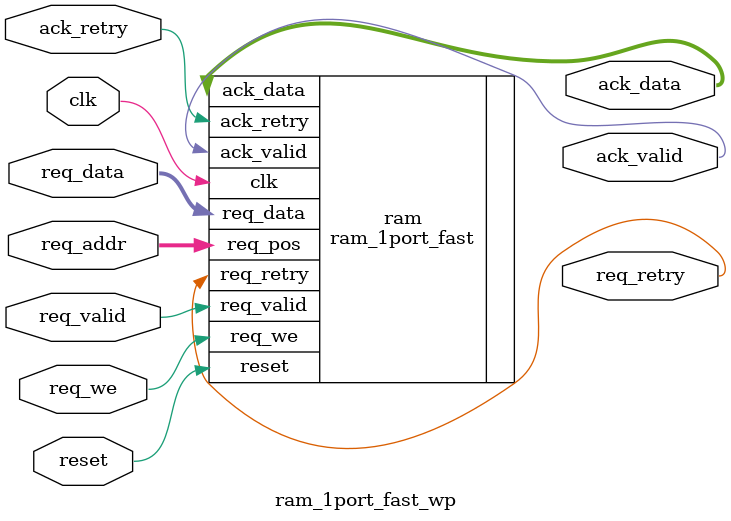
<source format=v>

`include "logfunc.h"

module ram_1port_fast_wp (
  input                            clk
 ,input                            reset

 ,input                            req_valid
 ,output                           req_retry
 ,input                            req_we
 ,input [8-1:0]                    req_addr
 ,input [16-1:0]                   req_data

 ,output                           ack_valid
 ,input                            ack_retry
 ,output [16-1:0]                  ack_data
 );

 ram_1port_fast 
  #(.Width(16), .Size(256), .Forward(1))
 ram (
   .clk         (clk)
  ,.reset       (reset)

  ,.req_valid   (req_valid)
  ,.req_retry   (req_retry)
  ,.req_we      (req_we)
  ,.req_pos     (req_addr)
  ,.req_data    (req_data)

  ,.ack_valid   (ack_valid)
  ,.ack_retry   (ack_retry)
  ,.ack_data    (ack_data)
  );

endmodule


</source>
